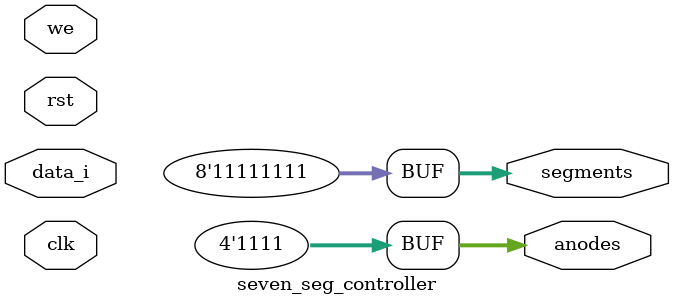
<source format=sv>
module seven_seg_controller (
    input  logic        clk, rst,
    input  logic [31:0] data_i,    // 32-bit data from CPU (e.g., 4x8-bit hex codes)
    input  logic        we,        // Write enable from io_manager
    output logic [7:0]  segments,  // Physical pins: A, B, C, D, E, F, G, DP
    output logic [3:0]  anodes     // Physical pins: Digit selector
);
    // Placeholder for internal register
    logic [31:0] display_reg;

    always_ff @(posedge clk) begin
        if (rst) display_reg <= 32'h0;
        else if (we) display_reg <= data_i;
    end

    // TODO: Implement multiplexing logic here to drive segments/anodes
    assign segments = 8'hFF; // All off
    assign anodes   = 4'hF;   // All off
endmodule
</source>
